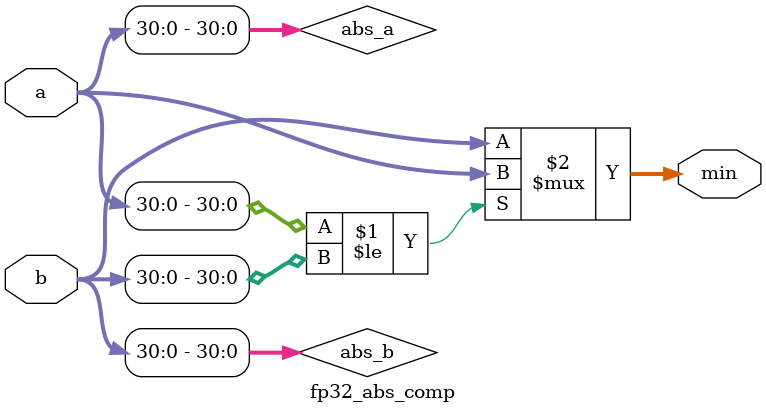
<source format=v>
`timescale 1ns / 1ps


module fp32_abs_comp (
    input [31:0] a,  
    input [31:0] b,
    output [31:0] min
);

    wire [30:0] abs_a = {1'b0, a[30:0]};
    wire [30:0] abs_b = {1'b0, b[30:0]};
    
    
    assign min = (abs_a <= abs_b)? a: b;

endmodule


</source>
